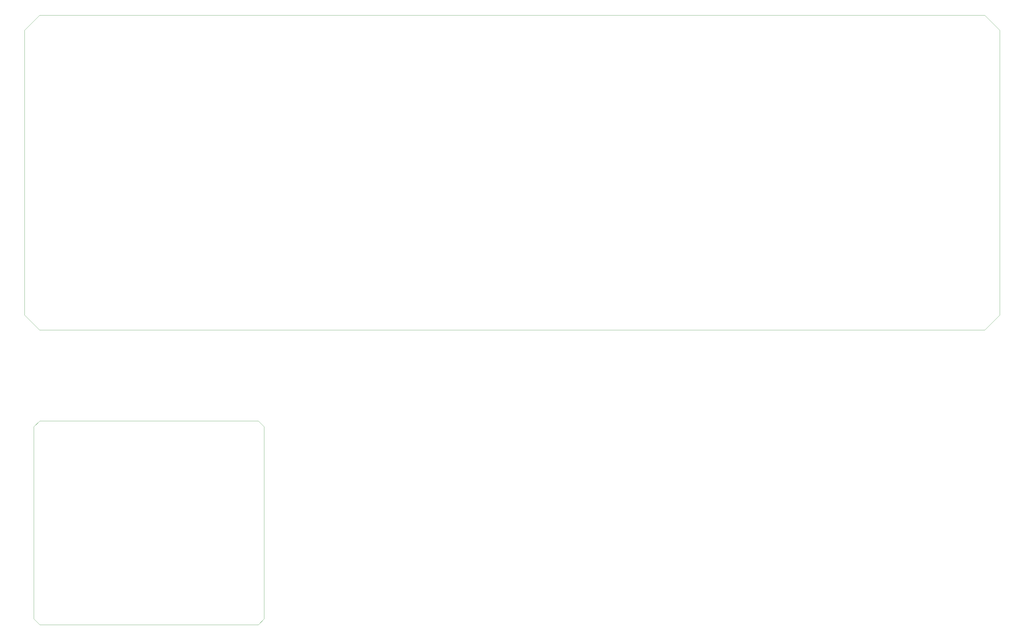
<source format=gbr>
%TF.GenerationSoftware,KiCad,Pcbnew,8.0.8-8.0.8-0~ubuntu24.04.1*%
%TF.CreationDate,2025-08-07T23:42:04-04:00*%
%TF.ProjectId,stencil,7374656e-6369-46c2-9e6b-696361645f70,rev?*%
%TF.SameCoordinates,Original*%
%TF.FileFunction,Profile,NP*%
%FSLAX46Y46*%
G04 Gerber Fmt 4.6, Leading zero omitted, Abs format (unit mm)*
G04 Created by KiCad (PCBNEW 8.0.8-8.0.8-0~ubuntu24.04.1) date 2025-08-07 23:42:04*
%MOMM*%
%LPD*%
G01*
G04 APERTURE LIST*
%TA.AperFunction,Profile*%
%ADD10C,0.050000*%
%TD*%
G04 APERTURE END LIST*
D10*
X118579000Y-173582000D02*
X118579000Y-238670000D01*
X40601000Y-173582000D02*
X40601000Y-238670000D01*
X118579000Y-173582000D02*
X116579000Y-171582000D01*
X40601000Y-173582000D02*
X42601000Y-171582000D01*
X42601000Y-240670000D02*
X116579000Y-240670000D01*
X118579000Y-238670000D02*
X116579000Y-240670000D01*
X40601000Y-238670000D02*
X42601000Y-240670000D01*
X42601000Y-171582000D02*
X116579000Y-171582000D01*
X367639600Y-135716000D02*
X362559600Y-140796000D01*
X37439600Y-39196000D02*
X42519600Y-34116000D01*
X37439600Y-39196000D02*
X37439600Y-135716000D01*
X37439600Y-135716000D02*
X42519600Y-140796000D01*
X362559600Y-34116000D02*
X367639600Y-39196000D01*
X367639600Y-39196000D02*
X367639600Y-135716000D01*
X42519600Y-34116000D02*
X362559600Y-34116000D01*
X42519600Y-140796000D02*
X362559600Y-140796000D01*
M02*

</source>
